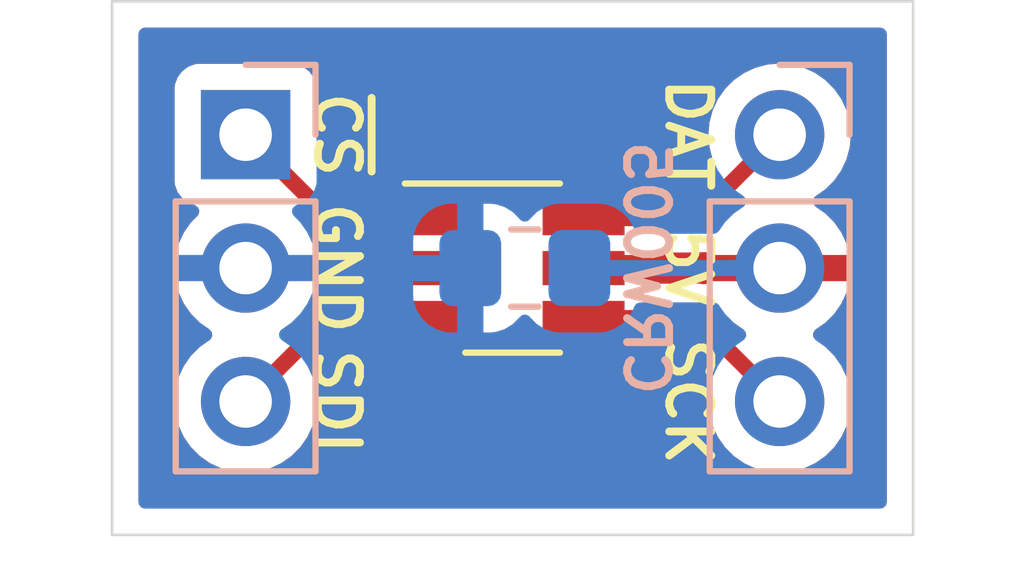
<source format=kicad_pcb>
(kicad_pcb (version 20221018) (generator pcbnew)
  (layers (0 "F.Cu" signal) (31 "B.Cu" signal) (34 "B.Paste" user) (35 "F.Paste" user) (36 "B.SilkS" user "B.Silkscreen") (37 "F.SilkS" user "F.Silkscreen") (38 "B.Mask" user) (39 "F.Mask" user) (44 "Edge.Cuts" user))
  (net 0 "")
  (net 1 "/~{CS}")
  (net 2 "GND")
  (net 3 "/MOSI")
  (net 4 "/DATA")
  (net 5 "+5V")
  (net 6 "/SCK")
  (footprint "Package_TO_SOT_SMD:SOT-23-6_Handsoldering" (layer "F.Cu") (at 127 86.36)
    (fp_text reference "U1" hide)
    (fp_text value "ATtiny4-TS")
    (fp_line (start -0.9 1.61) (end 0.9 1.61) (stroke (width 0.12)) (layer "F.SilkS"))
    (fp_line (start 0.9 -1.61) (end -2.05 -1.61) (stroke (width 0.12)) (layer "F.SilkS"))
    (pad "1" smd rect (at -1.35 -0.95) (size 1.56 0.65) (layers "F.Cu" "F.Paste" "F.Mask") (net 1 "/~{CS}"))
    (pad "2" smd rect (at -1.35 0) (size 1.56 0.65) (layers "F.Cu" "F.Paste" "F.Mask") (net 2 "GND"))
    (pad "3" smd rect (at -1.35 0.95) (size 1.56 0.65) (layers "F.Cu" "F.Paste" "F.Mask") (net 3 "/MOSI"))
    (pad "4" smd rect (at 1.35 0.95) (size 1.56 0.65) (layers "F.Cu" "F.Paste" "F.Mask") (net 6 "/SCK"))
    (pad "5" smd rect (at 1.35 0) (size 1.56 0.65) (layers "F.Cu" "F.Paste" "F.Mask") (net 5 "+5V"))
    (pad "6" smd rect (at 1.35 -0.95) (size 1.56 0.65) (layers "F.Cu" "F.Paste" "F.Mask") (net 4 "/DATA"))
  )
  (footprint "Capacitor_SMD:C_0805_2012Metric_Pad1.18x1.45mm_HandSolder" (layer "B.Cu") (at 127.2325 86.36 180)
    (fp_text reference "C1" hide)
    (fp_text value "0.1nF")
    (fp_line (start -0.261252 -0.735) (end 0.261252 -0.735) (stroke (width 0.12)) (layer "B.SilkS"))
    (fp_line (start -0.261252 0.735) (end 0.261252 0.735) (stroke (width 0.12)) (layer "B.SilkS"))
    (pad "1" smd roundrect (at -1.0375 0 180) (size 1.175 1.45) (layers "B.Cu" "B.Paste" "B.Mask") (roundrect_rratio 0.212766) (net 5 "+5V"))
    (pad "2" smd roundrect (at 1.0375 0 180) (size 1.175 1.45) (layers "B.Cu" "B.Paste" "B.Mask") (roundrect_rratio 0.212766) (net 2 "GND"))
  )
  (footprint "Connector_PinHeader_2.54mm:PinHeader_1x03_P2.54mm_Vertical" (layer "B.Cu") (at 121.92 83.82 180)
    (fp_text reference "J1" hide)
    (fp_text value "Conn_01x03")
    (fp_line (start -1.33 -6.41) (end 1.33 -6.41) (stroke (width 0.12)) (layer "B.SilkS"))
    (fp_line (start -1.33 -1.27) (end -1.33 -6.41) (stroke (width 0.12)) (layer "B.SilkS"))
    (fp_line (start -1.33 -1.27) (end 1.33 -1.27) (stroke (width 0.12)) (layer "B.SilkS"))
    (fp_line (start -1.33 0) (end -1.33 1.33) (stroke (width 0.12)) (layer "B.SilkS"))
    (fp_line (start -1.33 1.33) (end 0 1.33) (stroke (width 0.12)) (layer "B.SilkS"))
    (fp_line (start 1.33 -1.27) (end 1.33 -6.41) (stroke (width 0.12)) (layer "B.SilkS"))
    (pad "1" thru_hole rect (at 0 0 180) (size 1.7 1.7) (drill 1) (layers "*.Cu" "*.Mask") (net 1 "/~{CS}"))
    (pad "2" thru_hole oval (at 0 -2.54 180) (size 1.7 1.7) (drill 1) (layers "*.Cu" "*.Mask") (net 2 "GND"))
    (pad "3" thru_hole oval (at 0 -5.08 180) (size 1.7 1.7) (drill 1) (layers "*.Cu" "*.Mask") (net 3 "/MOSI"))
  )
  (footprint "Connector_PinHeader_2.54mm:PinHeader_1x03_P2.54mm_Vertical" (layer "B.Cu") (at 132.08 83.82 180)
    (fp_text reference "J2" hide)
    (fp_text value "Conn_01x03")
    (fp_line (start -1.33 -6.41) (end 1.33 -6.41) (stroke (width 0.12)) (layer "B.SilkS"))
    (fp_line (start -1.33 -1.27) (end -1.33 -6.41) (stroke (width 0.12)) (layer "B.SilkS"))
    (fp_line (start -1.33 -1.27) (end 1.33 -1.27) (stroke (width 0.12)) (layer "B.SilkS"))
    (fp_line (start -1.33 0) (end -1.33 1.33) (stroke (width 0.12)) (layer "B.SilkS"))
    (fp_line (start -1.33 1.33) (end 0 1.33) (stroke (width 0.12)) (layer "B.SilkS"))
    (fp_line (start 1.33 -1.27) (end 1.33 -6.41) (stroke (width 0.12)) (layer "B.SilkS"))
    (pad "1" thru_hole circle (at 0 0 180) (size 1.7 1.7) (drill 1) (layers "*.Cu" "*.Mask") (net 4 "/DATA"))
    (pad "2" thru_hole oval (at 0 -2.54 180) (size 1.7 1.7) (drill 1) (layers "*.Cu" "*.Mask") (net 5 "+5V"))
    (pad "3" thru_hole oval (at 0 -5.08 180) (size 1.7 1.7) (drill 1) (layers "*.Cu" "*.Mask") (net 6 "/SCK"))
  )
  (gr_poly (pts (xy 119.38 81.28) (xy 134.62 81.28) (xy 134.62 91.44) (xy 119.38 91.44)) (stroke (width 0.05)) (fill none) (layer "Edge.Cuts"))
  (gr_text "CRW005" (at 129.54 86.36 270) (layer "B.SilkS") (effects (font (size 0.8 0.8) (thickness 0.15) bold) (justify mirror)))
  (gr_text "5V" (at 130.81 86.36 -90) (layer "F.SilkS") (effects (font (size 0.8 0.8) (thickness 0.15) bold) (justify top)))
  (gr_text "SCK" (at 130.81 88.9 -90) (layer "F.SilkS") (effects (font (size 0.8 0.8) (thickness 0.15) bold) (justify top)))
  (gr_text "~{CS}" (at 123.19 83.82 -90) (layer "F.SilkS") (effects (font (size 0.8 0.8) (thickness 0.15) bold) (justify bottom)))
  (gr_text "GND" (at 123.19 86.36 -90) (layer "F.SilkS") (effects (font (size 0.8 0.8) (thickness 0.15) bold) (justify bottom)))
  (gr_text "DAT" (at 130.81 83.82 270) (layer "F.SilkS") (effects (font (size 0.8 0.8) (thickness 0.15) bold) (justify top)))
  (gr_text "SDI" (at 123.19 88.9 -90) (layer "F.SilkS") (effects (font (size 0.8 0.8) (thickness 0.15) bold) (justify bottom)))
  (segment (start 123.51 85.41) (end 121.92 83.82) (width 0.3048) (layer "F.Cu") (net 1))
  (segment (start 123.51 85.41) (end 125.65 85.41) (width 0.3048) (layer "F.Cu") (net 1))
  (segment (start 124.46 86.36) (end 121.92 86.36) (width 0.3048) (layer "F.Cu") (net 2))
  (segment (start 125.8625 86.36) (end 124.46 86.36) (width 0.3048) (layer "F.Cu") (net 2))
  (segment (start 123.51 87.31) (end 121.92 88.9) (width 0.3048) (layer "F.Cu") (net 3))
  (segment (start 125.8625 87.31) (end 123.51 87.31) (width 0.3048) (layer "F.Cu") (net 3))
  (segment (start 128.1375 85.41) (end 130.49 85.41) (width 0.3048) (layer "F.Cu") (net 4))
  (segment (start 130.49 85.41) (end 132.08 83.82) (width 0.3048) (layer "F.Cu") (net 4))
  (segment (start 128.27 86.36) (end 132.08 86.36) (width 0.3048) (layer "B.Cu") (net 5))
  (segment (start 128.1375 87.31) (end 130.49 87.31) (width 0.3048) (layer "F.Cu") (net 6))
  (segment (start 130.49 87.31) (end 132.08 88.9) (width 0.3048) (layer "F.Cu") (net 6))
  (zone (net 5) (net_name "+5V") (layer "F.Cu") (priority 1) (connect_pads (clearance 0.5)) (min_thickness 0.25) (fill yes (thermal_gap 0.5) (thermal_bridge_width 0.5))
    (polygon (pts (xy 119.38 81.28) (xy 134.62 81.28) (xy 134.62 91.44) (xy 119.38 91.44)))
  )
  (zone (net 2) (net_name "GND") (layer "B.Cu") (connect_pads (clearance 0.5)) (min_thickness 0.25) (fill yes (thermal_gap 0.5) (thermal_bridge_width 0.5))
    (polygon (pts (xy 119.38 81.28) (xy 134.62 81.28) (xy 134.62 91.44) (xy 119.38 91.44)))
  )
)
</source>
